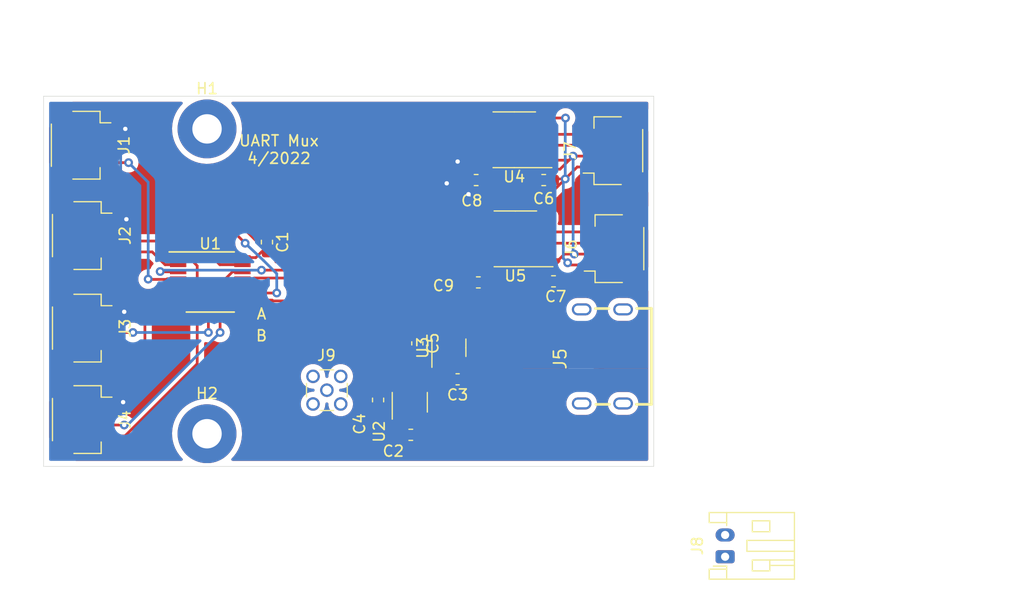
<source format=kicad_pcb>
(kicad_pcb (version 20211014) (generator pcbnew)
  (layers (0 "F.Cu" signal) (31 "B.Cu" signal) (34 "B.Paste" user) (35 "F.Paste" user) (36 "B.SilkS" user "B.Silkscreen") (37 "F.SilkS" user "F.Silkscreen") (38 "B.Mask" user) (39 "F.Mask" user) (44 "Edge.Cuts" user))
  (net 0 "")
  (net 1 "VCC")
  (net 2 "GND")
  (net 3 "Net-(J1-Pad4)")
  (net 4 "Net-(J1-Pad3)")
  (net 5 "Net-(J2-Pad4)")
  (net 6 "Net-(J2-Pad3)")
  (net 7 "Net-(J3-Pad4)")
  (net 8 "Net-(J3-Pad3)")
  (net 9 "Net-(J4-Pad4)")
  (net 10 "Net-(J4-Pad3)")
  (net 11 "/Sheet626C8DE2/power_in")
  (net 16 "VD")
  (net 17 "/Sheet626DA5AD/scl_in")
  (net 18 "/Sheet626DA5AD/sda_in")
  (net 19 "/Sheet626DA5AD/sda")
  (net 20 "/Sheet626DA5AD/scl")
  (net 21 "/A")
  (net 22 "/B")
  (net 23 "/Sheet626DA5AD/A_in")
  (net 24 "/Sheet626DA5AD/B_in")
  (net 26 "GNDPWR")
  (net 27 "/Sheet626C8DE2/analog1")
  (net 28 "/Sheet626C8DE2/analog2")
  (footprint "Capacitor_SMD:C_0603_1608Metric_Pad1.05x0.95mm_HandSolder" (layer "F.Cu") (at 108.5 73.4 -90)
    (fp_text reference "C1" (at 0 -1.43 90) (layer "F.SilkS"))
    (fp_text value "100nF")
    (fp_line (start -0.171267 -0.51) (end 0.171267 -0.51) (layer "F.SilkS") (width 0.12))
    (fp_line (start -0.171267 0.51) (end 0.171267 0.51) (layer "F.SilkS") (width 0.12))
    (pad "1" smd roundrect locked (at -0.875 0 270) (size 1.05 0.95) (layers "F.Cu" "F.Paste" "F.Mask") (net 2 "GND"))
    (pad "2" smd roundrect locked (at 0.875 0 270) (size 1.05 0.95) (layers "F.Cu" "F.Paste" "F.Mask") (net 1 "VCC"))
  )
  (footprint "Connector_JST:JST_SH_SM04B-SRSS-TB_1x04-1MP_P1.00mm_Horizontal" (layer "F.Cu") (at 91.4 64.5 -90)
    (fp_text reference "J1" (at 0 -3.98 90) (layer "F.SilkS"))
    (fp_text value "JST_SH_Conn_01x04_i2c_horizontal")
    (fp_line (start -3.11 0.715) (end -3.11 -1.785) (layer "F.SilkS") (width 0.12))
    (fp_line (start -1.94 2.685) (end 1.94 2.685) (layer "F.SilkS") (width 0.12))
    (fp_line (start 3.11 0.715) (end 3.11 -1.785) (layer "F.SilkS") (width 0.12))
    (fp_line (start -3.11 -1.785) (end -2.06 -1.785) (layer "F.SilkS") (width 0.12))
    (fp_line (start -2.06 -1.785) (end -2.06 -2.775) (layer "F.SilkS") (width 0.12))
    (fp_line (start 3.11 -1.785) (end 2.06 -1.785) (layer "F.SilkS") (width 0.12))
    (pad "1" smd roundrect locked (at -1.5 -2 270) (size 0.6 1.55) (layers "F.Cu" "F.Paste" "F.Mask") (net 2 "GND"))
    (pad "2" smd roundrect locked (at -0.5 -2 270) (size 0.6 1.55) (layers "F.Cu" "F.Paste" "F.Mask") (net 1 "VCC"))
    (pad "3" smd roundrect locked (at 0.5 -2 270) (size 0.6 1.55) (layers "F.Cu" "F.Paste" "F.Mask") (net 4 "Net-(J1-Pad3)"))
    (pad "4" smd roundrect locked (at 1.5 -2 270) (size 0.6 1.55) (layers "F.Cu" "F.Paste" "F.Mask") (net 3 "Net-(J1-Pad4)"))
    (pad "MP" smd roundrect locked (at 2.8 1.875 270) (size 1.2 1.8) (layers "F.Cu" "F.Paste" "F.Mask") (roundrect_rratio 0.208333))
    (pad "MP" smd roundrect locked (at -2.8 1.875 270) (size 1.2 1.8) (layers "F.Cu" "F.Paste" "F.Mask") (roundrect_rratio 0.208333))
  )
  (footprint "Connector_JST:JST_SH_SM04B-SRSS-TB_1x04-1MP_P1.00mm_Horizontal" (layer "F.Cu") (at 91.5 72.8 -90)
    (fp_text reference "J2" (at 0 -3.98 90) (layer "F.SilkS"))
    (fp_text value "JST_SH_Conn_01x04_i2c_horizontal")
    (fp_line (start 3.11 0.715) (end 3.11 -1.785) (layer "F.SilkS") (width 0.12))
    (fp_line (start -2.06 -1.785) (end -2.06 -2.775) (layer "F.SilkS") (width 0.12))
    (fp_line (start -1.94 2.685) (end 1.94 2.685) (layer "F.SilkS") (width 0.12))
    (fp_line (start -3.11 -1.785) (end -2.06 -1.785) (layer "F.SilkS") (width 0.12))
    (fp_line (start -3.11 0.715) (end -3.11 -1.785) (layer "F.SilkS") (width 0.12))
    (fp_line (start 3.11 -1.785) (end 2.06 -1.785) (layer "F.SilkS") (width 0.12))
    (pad "1" smd roundrect locked (at -1.5 -2 270) (size 0.6 1.55) (layers "F.Cu" "F.Paste" "F.Mask") (net 2 "GND"))
    (pad "2" smd roundrect locked (at -0.5 -2 270) (size 0.6 1.55) (layers "F.Cu" "F.Paste" "F.Mask") (net 1 "VCC"))
    (pad "3" smd roundrect locked (at 0.5 -2 270) (size 0.6 1.55) (layers "F.Cu" "F.Paste" "F.Mask") (net 6 "Net-(J2-Pad3)"))
    (pad "4" smd roundrect locked (at 1.5 -2 270) (size 0.6 1.55) (layers "F.Cu" "F.Paste" "F.Mask") (net 5 "Net-(J2-Pad4)"))
    (pad "MP" smd roundrect locked (at -2.8 1.875 270) (size 1.2 1.8) (layers "F.Cu" "F.Paste" "F.Mask") (roundrect_rratio 0.208333))
    (pad "MP" smd roundrect locked (at 2.8 1.875 270) (size 1.2 1.8) (layers "F.Cu" "F.Paste" "F.Mask") (roundrect_rratio 0.208333))
  )
  (footprint "Connector_JST:JST_SH_SM04B-SRSS-TB_1x04-1MP_P1.00mm_Horizontal" (layer "F.Cu") (at 91.5 81.3 -90)
    (fp_text reference "J3" (at 0 -3.98 90) (layer "F.SilkS"))
    (fp_text value "JST_SH_Conn_01x04_i2c_horizontal")
    (fp_line (start -3.11 0.715) (end -3.11 -1.785) (layer "F.SilkS") (width 0.12))
    (fp_line (start -3.11 -1.785) (end -2.06 -1.785) (layer "F.SilkS") (width 0.12))
    (fp_line (start -1.94 2.685) (end 1.94 2.685) (layer "F.SilkS") (width 0.12))
    (fp_line (start 3.11 -1.785) (end 2.06 -1.785) (layer "F.SilkS") (width 0.12))
    (fp_line (start -2.06 -1.785) (end -2.06 -2.775) (layer "F.SilkS") (width 0.12))
    (fp_line (start 3.11 0.715) (end 3.11 -1.785) (layer "F.SilkS") (width 0.12))
    (pad "1" smd roundrect locked (at -1.5 -2 270) (size 0.6 1.55) (layers "F.Cu" "F.Paste" "F.Mask") (net 2 "GND"))
    (pad "2" smd roundrect locked (at -0.5 -2 270) (size 0.6 1.55) (layers "F.Cu" "F.Paste" "F.Mask") (net 1 "VCC"))
    (pad "3" smd roundrect locked (at 0.5 -2 270) (size 0.6 1.55) (layers "F.Cu" "F.Paste" "F.Mask") (net 8 "Net-(J3-Pad3)"))
    (pad "4" smd roundrect locked (at 1.5 -2 270) (size 0.6 1.55) (layers "F.Cu" "F.Paste" "F.Mask") (net 7 "Net-(J3-Pad4)"))
    (pad "MP" smd roundrect locked (at -2.8 1.875 270) (size 1.2 1.8) (layers "F.Cu" "F.Paste" "F.Mask") (roundrect_rratio 0.208333))
    (pad "MP" smd roundrect locked (at 2.8 1.875 270) (size 1.2 1.8) (layers "F.Cu" "F.Paste" "F.Mask") (roundrect_rratio 0.208333))
  )
  (footprint "Connector_JST:JST_SH_SM04B-SRSS-TB_1x04-1MP_P1.00mm_Horizontal" (layer "F.Cu") (at 91.5 89.7 -90)
    (fp_text reference "J4" (at 0 -3.98 90) (layer "F.SilkS"))
    (fp_text value "JST_SH_Conn_01x04_i2c_horizontal")
    (fp_line (start 3.11 -1.785) (end 2.06 -1.785) (layer "F.SilkS") (width 0.12))
    (fp_line (start -3.11 0.715) (end -3.11 -1.785) (layer "F.SilkS") (width 0.12))
    (fp_line (start -2.06 -1.785) (end -2.06 -2.775) (layer "F.SilkS") (width 0.12))
    (fp_line (start 3.11 0.715) (end 3.11 -1.785) (layer "F.SilkS") (width 0.12))
    (fp_line (start -3.11 -1.785) (end -2.06 -1.785) (layer "F.SilkS") (width 0.12))
    (fp_line (start -1.94 2.685) (end 1.94 2.685) (layer "F.SilkS") (width 0.12))
    (pad "1" smd roundrect locked (at -1.5 -2 270) (size 0.6 1.55) (layers "F.Cu" "F.Paste" "F.Mask") (net 2 "GND"))
    (pad "2" smd roundrect locked (at -0.5 -2 270) (size 0.6 1.55) (layers "F.Cu" "F.Paste" "F.Mask") (net 1 "VCC"))
    (pad "3" smd roundrect locked (at 0.5 -2 270) (size 0.6 1.55) (layers "F.Cu" "F.Paste" "F.Mask") (net 10 "Net-(J4-Pad3)"))
    (pad "4" smd roundrect locked (at 1.5 -2 270) (size 0.6 1.55) (layers "F.Cu" "F.Paste" "F.Mask") (net 9 "Net-(J4-Pad4)"))
    (pad "MP" smd roundrect locked (at -2.8 1.875 270) (size 1.2 1.8) (layers "F.Cu" "F.Paste" "F.Mask") (roundrect_rratio 0.208333))
    (pad "MP" smd roundrect locked (at 2.8 1.875 270) (size 1.2 1.8) (layers "F.Cu" "F.Paste" "F.Mask") (roundrect_rratio 0.208333))
  )
  (footprint "Connector_JST:JST_SH_SM04B-SRSS-TB_1x04-1MP_P1.00mm_Horizontal" (layer "F.Cu") (at 140.3 65 90)
    (fp_text reference "J7" (at 0 -3.98 90) (layer "F.SilkS"))
    (fp_text value "JST_SH_Conn_01x04_i2c_horizontal")
    (fp_line (start -2.06 -1.785) (end -2.06 -2.775) (layer "F.SilkS") (width 0.12))
    (fp_line (start 3.11 0.715) (end 3.11 -1.785) (layer "F.SilkS") (width 0.12))
    (fp_line (start 3.11 -1.785) (end 2.06 -1.785) (layer "F.SilkS") (width 0.12))
    (fp_line (start -1.94 2.685) (end 1.94 2.685) (layer "F.SilkS") (width 0.12))
    (fp_line (start -3.11 0.715) (end -3.11 -1.785) (layer "F.SilkS") (width 0.12))
    (fp_line (start -3.11 -1.785) (end -2.06 -1.785) (layer "F.SilkS") (width 0.12))
    (pad "1" smd roundrect locked (at -1.5 -2 90) (size 0.6 1.55) (layers "F.Cu" "F.Paste" "F.Mask") (net 26 "GNDPWR"))
    (pad "2" smd roundrect locked (at -0.5 -2 90) (size 0.6 1.55) (layers "F.Cu" "F.Paste" "F.Mask") (net 16 "VD"))
    (pad "3" smd roundrect locked (at 0.5 -2 90) (size 0.6 1.55) (layers "F.Cu" "F.Paste" "F.Mask") (net 18 "/Sheet626DA5AD/sda_in"))
    (pad "4" smd roundrect locked (at 1.5 -2 90) (size 0.6 1.55) (layers "F.Cu" "F.Paste" "F.Mask") (net 17 "/Sheet626DA5AD/scl_in"))
    (pad "MP" smd roundrect locked (at -2.8 1.875 90) (size 1.2 1.8) (layers "F.Cu" "F.Paste" "F.Mask") (roundrect_rratio 0.208333))
    (pad "MP" smd roundrect locked (at 2.8 1.875 90) (size 1.2 1.8) (layers "F.Cu" "F.Paste" "F.Mask") (roundrect_rratio 0.208333))
  )
  (footprint "Package_SO:TSSOP-16_4.4x5mm_P0.65mm" (layer "F.Cu") (at 103.3 77.1)
    (fp_text reference "U1" (at 0 -3.55) (layer "F.SilkS"))
    (fp_text value "4052")
    (fp_line (start -3.775 -2.8) (end 2.2 -2.8) (layer "F.SilkS") (width 0.15))
    (fp_line (start -2.2 2.725) (end 2.2 2.725) (layer "F.SilkS") (width 0.15))
    (pad "1" smd rect locked (at -2.95 -2.275) (size 1.5 0.45) (layers "F.Cu" "F.Paste" "F.Mask") (net 9 "Net-(J4-Pad4)"))
    (pad "2" smd rect locked (at -2.95 -1.625) (size 1.5 0.45) (layers "F.Cu" "F.Paste" "F.Mask") (net 5 "Net-(J2-Pad4)"))
    (pad "3" smd rect locked (at -2.95 -0.975) (size 1.5 0.45) (layers "F.Cu" "F.Paste" "F.Mask") (net 20 "/Sheet626DA5AD/scl"))
    (pad "4" smd rect locked (at -2.95 -0.325) (size 1.5 0.45) (layers "F.Cu" "F.Paste" "F.Mask") (net 3 "Net-(J1-Pad4)"))
    (pad "5" smd rect locked (at -2.95 0.325) (size 1.5 0.45) (layers "F.Cu" "F.Paste" "F.Mask") (net 7 "Net-(J3-Pad4)"))
    (pad "6" smd rect locked (at -2.95 0.975) (size 1.5 0.45) (layers "F.Cu" "F.Paste" "F.Mask") (net 2 "GND"))
    (pad "7" smd rect locked (at -2.95 1.625) (size 1.5 0.45) (layers "F.Cu" "F.Paste" "F.Mask") (net 2 "GND"))
    (pad "8" smd rect locked (at -2.95 2.275) (size 1.5 0.45) (layers "F.Cu" "F.Paste" "F.Mask") (net 2 "GND"))
    (pad "9" smd rect locked (at 2.95 2.275) (size 1.5 0.45) (layers "F.Cu" "F.Paste" "F.Mask") (net 22 "/B"))
    (pad "10" smd rect locked (at 2.95 1.625) (size 1.5 0.45) (layers "F.Cu" "F.Paste" "F.Mask") (net 21 "/A"))
    (pad "11" smd rect locked (at 2.95 0.975) (size 1.5 0.45) (layers "F.Cu" "F.Paste" "F.Mask") (net 4 "Net-(J1-Pad3)"))
    (pad "12" smd rect locked (at 2.95 0.325) (size 1.5 0.45) (layers "F.Cu" "F.Paste" "F.Mask") (net 10 "Net-(J4-Pad3)"))
    (pad "13" smd rect locked (at 2.95 -0.325) (size 1.5 0.45) (layers "F.Cu" "F.Paste" "F.Mask") (net 19 "/Sheet626DA5AD/sda"))
    (pad "14" smd rect locked (at 2.95 -0.975) (size 1.5 0.45) (layers "F.Cu" "F.Paste" "F.Mask") (net 8 "Net-(J3-Pad3)"))
    (pad "15" smd rect locked (at 2.95 -1.625) (size 1.5 0.45) (layers "F.Cu" "F.Paste" "F.Mask") (net 6 "Net-(J2-Pad3)"))
    (pad "16" smd rect locked (at 2.95 -2.275) (size 1.5 0.45) (layers "F.Cu" "F.Paste" "F.Mask") (net 1 "VCC"))
  )
  (footprint "Capacitor_SMD:C_0603_1608Metric_Pad1.05x0.95mm_HandSolder" (layer "F.Cu") (at 118.7 87.9 -90)
    (fp_text reference "C4" (at 2.2 1.7 90) (layer "F.SilkS"))
    (fp_text value "1uF")
    (fp_line (start -0.171267 0.51) (end 0.171267 0.51) (layer "F.SilkS") (width 0.12))
    (fp_line (start -0.171267 -0.51) (end 0.171267 -0.51) (layer "F.SilkS") (width 0.12))
    (pad "1" smd roundrect locked (at -0.875 0 270) (size 1.05 0.95) (layers "F.Cu" "F.Paste" "F.Mask") (net 27 "/Sheet626C8DE2/analog1"))
    (pad "2" smd roundrect locked (at 0.875 0 270) (size 1.05 0.95) (layers "F.Cu" "F.Paste" "F.Mask") (net 26 "GNDPWR"))
  )
  (footprint "0my_footprints:MMCX_JLC" (layer "F.Cu") (at 114 87)
    (fp_text reference "J9" (at -0.04 -3.2) (layer "F.SilkS"))
    (fp_text value "MMCX")
    (fp_line (start 0.62 -1.87) (end -0.62 -1.87) (layer "F.SilkS") (width 0.12))
    (fp_line (start 1.87 0.62) (end 1.87 -0.62) (layer "F.SilkS") (width 0.12))
    (fp_line (start -1.87 0.62) (end -1.87 -0.62) (layer "F.SilkS") (width 0.12))
    (fp_line (start 0.62 1.87) (end -0.62 1.87) (layer "F.SilkS") (width 0.12))
    (pad "1" thru_hole circle locked (at 0 0) (size 1.24 1.24) (drill 0.84) (layers *.Cu *.Mask) (net 27 "/Sheet626C8DE2/analog1"))
    (pad "2" thru_hole circle locked (at 1.27 1.27) (size 1.24 1.24) (drill 0.84) (layers *.Cu *.Mask) (net 26 "GNDPWR"))
    (pad "2" thru_hole circle locked (at 1.27 -1.27) (size 1.24 1.24) (drill 0.84) (layers *.Cu *.Mask) (net 26 "GNDPWR"))
    (pad "2" thru_hole circle locked (at -1.27 -1.27) (size 1.24 1.24) (drill 0.84) (layers *.Cu *.Mask) (net 26 "GNDPWR"))
    (pad "2" thru_hole circle locked (at -1.27 1.27) (size 1.24 1.24) (drill 0.84) (layers *.Cu *.Mask) (net 26 "GNDPWR"))
  )
  (footprint "Package_TO_SOT_SMD:SOT-23-5" (layer "F.Cu") (at 121.61 88.11 90)
    (fp_text reference "U2" (at -2.69 -2.81 90) (layer "F.SilkS"))
    (fp_text value "LP5907MFX-3.3")
    (fp_line (start -0.9 1.61) (end 0.9 1.61) (layer "F.SilkS") (width 0.12))
    (fp_line (start 0.9 -1.61) (end -1.55 -1.61) (layer "F.SilkS") (width 0.12))
    (pad "1" smd rect locked (at -1.1 -0.95 90) (size 1.06 0.65) (layers "F.Cu" "F.Paste" "F.Mask") (net 11 "/Sheet626C8DE2/power_in"))
    (pad "2" smd rect locked (at -1.1 0 90) (size 1.06 0.65) (layers "F.Cu" "F.Paste" "F.Mask") (net 26 "GNDPWR"))
    (pad "3" smd rect locked (at -1.1 0.95 90) (size 1.06 0.65) (layers "F.Cu" "F.Paste" "F.Mask") (net 11 "/Sheet626C8DE2/power_in"))
    (pad "4" smd rect locked (at 1.1 0.95 90) (size 1.06 0.65) (layers "F.Cu" "F.Paste" "F.Mask"))
    (pad "5" smd rect locked (at 1.1 -0.95 90) (size 1.06 0.65) (layers "F.Cu" "F.Paste" "F.Mask") (net 27 "/Sheet626C8DE2/analog1"))
  )
  (footprint "Capacitor_SMD:C_0603_1608Metric_Pad1.05x0.95mm_HandSolder" (layer "F.Cu") (at 121.7 91.1 180)
    (fp_text reference "C2" (at 1.6 -1.5) (layer "F.SilkS"))
    (fp_text value "1uF")
    (fp_line (start -0.171267 0.51) (end 0.171267 0.51) (layer "F.SilkS") (width 0.12))
    (fp_line (start -0.171267 -0.51) (end 0.171267 -0.51) (layer "F.SilkS") (width 0.12))
    (pad "1" smd roundrect locked (at -0.875 0 180) (size 1.05 0.95) (layers "F.Cu" "F.Paste" "F.Mask") (net 11 "/Sheet626C8DE2/power_in"))
    (pad "2" smd roundrect locked (at 0.875 0 180) (size 1.05 0.95) (layers "F.Cu" "F.Paste" "F.Mask") (net 26 "GNDPWR"))
  )
  (footprint "Capacitor_SMD:C_0603_1608Metric_Pad1.05x0.95mm_HandSolder" (layer "F.Cu") (at 133.9 67.7)
    (fp_text reference "C6" (at 0 1.7) (layer "F.SilkS"))
    (fp_text value "100nF")
    (fp_line (start -0.171267 -0.51) (end 0.171267 -0.51) (layer "F.SilkS") (width 0.12))
    (fp_line (start -0.171267 0.51) (end 0.171267 0.51) (layer "F.SilkS") (width 0.12))
    (pad "1" smd roundrect locked (at -0.875 0) (size 1.05 0.95) (layers "F.Cu" "F.Paste" "F.Mask") (net 16 "VD"))
    (pad "2" smd roundrect locked (at 0.875 0) (size 1.05 0.95) (layers "F.Cu" "F.Paste" "F.Mask") (net 26 "GNDPWR"))
  )
  (footprint "Capacitor_SMD:C_0603_1608Metric_Pad1.05x0.95mm_HandSolder" (layer "F.Cu") (at 127.7 67.7)
    (fp_text reference "C8" (at -0.4 1.9) (layer "F.SilkS"))
    (fp_text value "100nF")
    (fp_line (start -0.171267 -0.51) (end 0.171267 -0.51) (layer "F.SilkS") (width 0.12))
    (fp_line (start -0.171267 0.51) (end 0.171267 0.51) (layer "F.SilkS") (width 0.12))
    (pad "1" smd roundrect locked (at -0.875 0) (size 1.05 0.95) (layers "F.Cu" "F.Paste" "F.Mask") (net 2 "GND"))
    (pad "2" smd roundrect locked (at 0.875 0) (size 1.05 0.95) (layers "F.Cu" "F.Paste" "F.Mask") (net 1 "VCC"))
  )
  (footprint "Capacitor_SMD:C_0603_1608Metric_Pad1.05x0.95mm_HandSolder" (layer "F.Cu") (at 127.9 77.1)
    (fp_text reference "C9" (at -3.2 0.3) (layer "F.SilkS"))
    (fp_text value "100nF")
    (fp_line (start -0.171267 -0.51) (end 0.171267 -0.51) (layer "F.SilkS") (width 0.12))
    (fp_line (start -0.171267 0.51) (end 0.171267 0.51) (layer "F.SilkS") (width 0.12))
    (pad "1" smd roundrect locked (at -0.875 0) (size 1.05 0.95) (layers "F.Cu" "F.Paste" "F.Mask") (net 2 "GND"))
    (pad "2" smd roundrect locked (at 0.875 0) (size 1.05 0.95) (layers "F.Cu" "F.Paste" "F.Mask") (net 1 "VCC"))
  )
  (footprint "Capacitor_SMD:C_0603_1608Metric_Pad1.05x0.95mm_HandSolder" (layer "F.Cu") (at 134.8 77)
    (fp_text reference "C7" (at 0.2 1.4) (layer "F.SilkS"))
    (fp_text value "100nF")
    (fp_line (start -0.171267 -0.51) (end 0.171267 -0.51) (layer "F.SilkS") (width 0.12))
    (fp_line (start -0.171267 0.51) (end 0.171267 0.51) (layer "F.SilkS") (width 0.12))
    (pad "1" smd roundrect locked (at -0.875 0) (size 1.05 0.95) (layers "F.Cu" "F.Paste" "F.Mask") (net 16 "VD"))
    (pad "2" smd roundrect locked (at 0.875 0) (size 1.05 0.95) (layers "F.Cu" "F.Paste" "F.Mask") (net 26 "GNDPWR"))
  )
  (footprint "Connector_JST:JST_SH_SM04B-SRSS-TB_1x04-1MP_P1.00mm_Horizontal" (layer "F.Cu") (at 140.4 74 90)
    (fp_text reference "J6" (at 0 -3.98 90) (layer "F.SilkS"))
    (fp_text value "JST_SH_Conn_01x04_i2c_horizontal")
    (fp_line (start -2.06 -1.785) (end -2.06 -2.775) (layer "F.SilkS") (width 0.12))
    (fp_line (start -1.94 2.685) (end 1.94 2.685) (layer "F.SilkS") (width 0.12))
    (fp_line (start -3.11 0.715) (end -3.11 -1.785) (layer "F.SilkS") (width 0.12))
    (fp_line (start 3.11 -1.785) (end 2.06 -1.785) (layer "F.SilkS") (width 0.12))
    (fp_line (start 3.11 0.715) (end 3.11 -1.785) (layer "F.SilkS") (width 0.12))
    (fp_line (start -3.11 -1.785) (end -2.06 -1.785) (layer "F.SilkS") (width 0.12))
    (pad "1" smd roundrect locked (at -1.5 -2 90) (size 0.6 1.55) (layers "F.Cu" "F.Paste" "F.Mask") (net 26 "GNDPWR"))
    (pad "2" smd roundrect locked (at -0.5 -2 90) (size 0.6 1.55) (layers "F.Cu" "F.Paste" "F.Mask") (net 16 "VD"))
    (pad "3" smd roundrect locked (at 0.5 -2 90) (size 0.6 1.55) (layers "F.Cu" "F.Paste" "F.Mask") (net 24 "/Sheet626DA5AD/B_in"))
    (pad "4" smd roundrect locked (at 1.5 -2 90) (size 0.6 1.55) (layers "F.Cu" "F.Paste" "F.Mask") (net 23 "/Sheet626DA5AD/A_in"))
    (pad "MP" smd roundrect locked (at -2.8 1.875 90) (size 1.2 1.8) (layers "F.Cu" "F.Paste" "F.Mask") (roundrect_rratio 0.208333))
    (pad "MP" smd roundrect locked (at 2.8 1.875 90) (size 1.2 1.8) (layers "F.Cu" "F.Paste" "F.Mask") (roundrect_rratio 0.208333))
  )
  (footprint "MountingHole:MountingHole_2.7mm_M2.5_Pad" (layer "F.Cu") (at 103 63)
    (fp_text reference "H1" (at 0 -3.7) (layer "F.SilkS"))
    (fp_text value "MountingHole")
    (pad "1" thru_hole circle locked (at 0 0) (size 5.4 5.4) (drill 2.7) (layers *.Cu *.Mask))
  )
  (footprint "MountingHole:MountingHole_2.7mm_M2.5_Pad" (layer "F.Cu") (at 103 91)
    (fp_text reference "H2" (at 0 -3.7) (layer "F.SilkS"))
    (fp_text value "MountingHole")
    (pad "1" thru_hole circle locked (at 0 0) (size 5.4 5.4) (drill 2.7) (layers *.Cu *.Mask))
  )
  (footprint "Package_SO:SOIC-8_3.9x4.9mm_P1.27mm" (layer "F.Cu") (at 131.3 73.1 180)
    (fp_text reference "U5" (at 0 -3.4) (layer "F.SilkS"))
    (fp_text value "PI120")
    (fp_line (start 0 -2.56) (end -3.45 -2.56) (layer "F.SilkS") (width 0.12))
    (fp_line (start 0 2.56) (end -1.95 2.56) (layer "F.SilkS") (width 0.12))
    (fp_line (start 0 2.56) (end 1.95 2.56) (layer "F.SilkS") (width 0.12))
    (fp_line (start 0 -2.56) (end 1.95 -2.56) (layer "F.SilkS") (width 0.12))
    (pad "1" smd roundrect locked (at -2.475 -1.905 180) (size 1.95 0.6) (layers "F.Cu" "F.Paste" "F.Mask") (net 16 "VD"))
    (pad "2" smd roundrect locked (at -2.475 -0.635 180) (size 1.95 0.6) (layers "F.Cu" "F.Paste" "F.Mask") (net 24 "/Sheet626DA5AD/B_in"))
    (pad "3" smd roundrect locked (at -2.475 0.635 180) (size 1.95 0.6) (layers "F.Cu" "F.Paste" "F.Mask") (net 23 "/Sheet626DA5AD/A_in"))
    (pad "4" smd roundrect locked (at -2.475 1.905 180) (size 1.95 0.6) (layers "F.Cu" "F.Paste" "F.Mask") (net 26 "GNDPWR"))
    (pad "5" smd roundrect locked (at 2.475 1.905 180) (size 1.95 0.6) (layers "F.Cu" "F.Paste" "F.Mask") (net 2 "GND"))
    (pad "6" smd roundrect locked (at 2.475 0.635 180) (size 1.95 0.6) (layers "F.Cu" "F.Paste" "F.Mask") (net 21 "/A"))
    (pad "7" smd roundrect locked (at 2.475 -0.635 180) (size 1.95 0.6) (layers "F.Cu" "F.Paste" "F.Mask") (net 22 "/B"))
    (pad "8" smd roundrect locked (at 2.475 -1.905 180) (size 1.95 0.6) (layers "F.Cu" "F.Paste" "F.Mask") (net 1 "VCC"))
  )
  (footprint "Package_SO:SOIC-8_3.9x4.9mm_P1.27mm" (layer "F.Cu") (at 131.2 64 180)
    (fp_text reference "U4" (at 0 -3.4) (layer "F.SilkS"))
    (fp_text value "PI122")
    (fp_line (start 0 -2.56) (end -3.45 -2.56) (layer "F.SilkS") (width 0.12))
    (fp_line (start 0 2.56) (end 1.95 2.56) (layer "F.SilkS") (width 0.12))
    (fp_line (start 0 -2.56) (end 1.95 -2.56) (layer "F.SilkS") (width 0.12))
    (fp_line (start 0 2.56) (end -1.95 2.56) (layer "F.SilkS") (width 0.12))
    (pad "1" smd roundrect locked (at -2.475 -1.905 180) (size 1.95 0.6) (layers "F.Cu" "F.Paste" "F.Mask") (net 16 "VD"))
    (pad "2" smd roundrect locked (at -2.475 -0.635 180) (size 1.95 0.6) (layers "F.Cu" "F.Paste" "F.Mask") (net 18 "/Sheet626DA5AD/sda_in"))
    (pad "3" smd roundrect locked (at -2.475 0.635 180) (size 1.95 0.6) (layers "F.Cu" "F.Paste" "F.Mask") (net 17 "/Sheet626DA5AD/scl_in"))
    (pad "4" smd roundrect locked (at -2.475 1.905 180) (size 1.95 0.6) (layers "F.Cu" "F.Paste" "F.Mask") (net 26 "GNDPWR"))
    (pad "5" smd roundrect locked (at 2.475 1.905 180) (size 1.95 0.6) (layers "F.Cu" "F.Paste" "F.Mask") (net 2 "GND"))
    (pad "6" smd roundrect locked (at 2.475 0.635 180) (size 1.95 0.6) (layers "F.Cu" "F.Paste" "F.Mask") (net 20 "/Sheet626DA5AD/scl"))
    (pad "7" smd roundrect locked (at 2.475 -0.635 180) (size 1.95 0.6) (layers "F.Cu" "F.Paste" "F.Mask") (net 19 "/Sheet626DA5AD/sda"))
    (pad "8" smd roundrect locked (at 2.475 -1.905 180) (size 1.95 0.6) (layers "F.Cu" "F.Paste" "F.Mask") (net 1 "VCC"))
  )
  (footprint "Package_TO_SOT_SMD:SOT-23-5" (layer "F.Cu") (at 125.2 83.1 90)
    (fp_text reference "U3" (at 0 -2.4 90) (layer "F.SilkS"))
    (fp_text value "LP5907MFX-3.3")
    (fp_line (start 0 -1.56) (end -1.8 -1.56) (layer "F.SilkS") (width 0.12))
    (fp_line (start 0 -1.56) (end 0.8 -1.56) (layer "F.SilkS") (width 0.12))
    (fp_line (start 0 1.56) (end -0.8 1.56) (layer "F.SilkS") (width 0.12))
    (fp_line (start 0 1.56) (end 0.8 1.56) (layer "F.SilkS") (width 0.12))
    (pad "1" smd roundrect (at -1.1375 -0.95 90) (size 1.325 0.6) (layers "F.Cu" "F.Paste" "F.Mask") (net 11 "/Sheet626C8DE2/power_in"))
    (pad "2" smd roundrect (at -1.1375 0 90) (size 1.325 0.6) (layers "F.Cu" "F.Paste" "F.Mask") (net 26 "GNDPWR"))
    (pad "3" smd roundrect (at -1.1375 0.95 90) (size 1.325 0.6) (layers "F.Cu" "F.Paste" "F.Mask") (net 11 "/Sheet626C8DE2/power_in"))
    (pad "4" smd roundrect (at 1.1375 0.95 90) (size 1.325 0.6) (layers "F.Cu" "F.Paste" "F.Mask"))
    (pad "5" smd roundrect (at 1.1375 -0.95 90) (size 1.325 0.6) (layers "F.Cu" "F.Paste" "F.Mask") (net 28 "/Sheet626C8DE2/analog2"))
  )
  (footprint "0my_footprints6:USB-C-KoreanHroparts" (layer "F.Cu") (at 139.211 83.9 90)
    (fp_text reference "J5" (at -1.3 -3.8 90) (layer "F.SilkS") (effects (font (size 1.143 1.143) (thickness 0.152)) (justify left)))
    (fp_text value "USB_C_KoreanHroparts_6P" hide)
    (fp_line (start -4.41 4.575) (end 4.41 4.575) (layer "F.SilkS") (width 0.254))
    (fp_line (start -4.4 -0.515) (end -4.4 0.725) (layer "F.SilkS") (width 0.254))
    (fp_line (start 4.4 -0.563) (end 4.4 0.677) (layer "F.SilkS") (width 0.254))
    (fp_line (start -4.4 4.575) (end -4.4 3.195) (layer "F.SilkS") (width 0.254))
    (fp_line (start 4.409 4.576) (end 4.409 3.225) (layer "F.SilkS") (width 0.254))
    (pad "0" thru_hole oval locked (at 4.32 1.975 90) (size 1.1 1.8) (drill oval 0.7 1.401) (layers *.Cu *.Paste *.Mask))
    (pad "0" thru_hole oval locked (at -4.32 1.975 90) (size 1.1 1.8) (drill oval 0.7 1.401) (layers *.Cu *.Paste *.Mask))
    (pad "0" thru_hole oval locked (at -4.32 -1.825 90) (size 1.1 1.8) (drill oval 0.7 1.401) (layers *.Cu *.Paste *.Mask))
    (pad "0" thru_hole oval locked (at 4.32 -1.825 90) (size 1.1 1.8) (drill oval 0.7 1.401) (layers *.Cu *.Paste *.Mask))
    (pad "A5" smd rect locked (at -0.5 -1.975 90) (size 0.7 1.5) (layers "F.Cu" "F.Paste" "F.Mask"))
    (pad "A9" smd rect locked (at 1.52 -1.975 90) (size 0.76 1.5) (layers "F.Cu" "F.Paste" "F.Mask") (net 11 "/Sheet626C8DE2/power_in"))
    (pad "A12" smd rect locked (at 2.75 -1.975 90) (size 0.8 1.5) (layers "F.Cu" "F.Paste" "F.Mask") (net 26 "GNDPWR"))
    (pad "B5" smd rect locked (at 0.5 -1.975 90) (size 0.7 1.5) (layers "F.Cu" "F.Paste" "F.Mask"))
    (pad "B9" smd rect locked (at -1.52 -1.975 90) (size 0.76 1.5) (layers "F.Cu" "F.Paste" "F.Mask") (net 11 "/Sheet626C8DE2/power_in"))
    (pad "B12" smd rect locked (at -2.75 -1.975 90) (size 0.8 1.5) (layers "F.Cu" "F.Paste" "F.Mask") (net 26 "GNDPWR"))
  )
  (footprint "Capacitor_SMD:C_0603_1608Metric_Pad1.08x0.95mm_HandSolder" (layer "F.Cu") (at 126 86 180)
    (fp_text reference "C3" (at 0 -1.43) (layer "F.SilkS"))
    (fp_text value "1uF")
    (fp_line (start -0.146267 0.51) (end 0.146267 0.51) (layer "F.SilkS") (width 0.12))
    (fp_line (start -0.146267 -0.51) (end 0.146267 -0.51) (layer "F.SilkS") (width 0.12))
    (pad "1" smd roundrect (at -0.8625 0 180) (size 1.075 0.95) (layers "F.Cu" "F.Paste" "F.Mask") (net 11 "/Sheet626C8DE2/power_in"))
    (pad "2" smd roundrect (at 0.8625 0 180) (size 1.075 0.95) (layers "F.Cu" "F.Paste" "F.Mask") (net 26 "GNDPWR"))
  )
  (footprint "Connector_JST:JST_PH_S2B-PH-K_1x02_P2.00mm_Horizontal" (layer "F.Cu") (at 150.55 102.3 90)
    (fp_text reference "J8" (at 1 -2.55 90) (layer "F.SilkS"))
    (fp_text value "JST-B2B-PH")
    (fp_line (start -1.3 4.1) (end -0.3 4.1) (layer "F.SilkS") (width 0.12))
    (fp_line (start -2.06 0.14) (end -1.14 0.14) (layer "F.SilkS") (width 0.12))
    (fp_line (start -2.06 -1.46) (end -2.06 6.36) (layer "F.SilkS") (width 0.12))
    (fp_line (start 3.3 4.1) (end 2.3 4.1) (layer "F.SilkS") (width 0.12))
    (fp_line (start 0.5 2) (end 1.5 2) (layer "F.SilkS") (width 0.12))
    (fp_line (start -0.8 4.1) (end -0.8 6.36) (layer "F.SilkS") (width 0.12))
    (fp_line (start 1.5 2) (end 1.5 6.36) (layer "F.SilkS") (width 0.12))
    (fp_line (start -0.86 0.14) (end -1.14 0.14) (layer "F.SilkS") (width 0.12))
    (fp_line (start -0.3 4.1) (end -0.3 2.5) (layer "F.SilkS") (width 0.12))
    (fp_line (start -0.86 0.14) (end -0.86 -1.075) (layer "F.SilkS") (width 0.12))
    (fp_line (start 0.5 6.36) (end 0.5 2) (layer "F.SilkS") (width 0.12))
    (fp_line (start 3.3 2.5) (end 3.3 4.1) (layer "F.SilkS") (width 0.12))
    (fp_line (start -1.3 2.5) (end -1.3 4.1) (layer "F.SilkS") (width 0.12))
    (fp_line (start 3.14 -1.46) (end 3.14 0.14) (layer "F.SilkS") (width 0.12))
    (fp_line (start 4.06 -1.46) (end 3.14 -1.46) (layer "F.SilkS") (width 0.12))
    (fp_line (start 2.3 4.1) (end 2.3 2.5) (layer "F.SilkS") (width 0.12))
    (fp_line (start -0.3 2.5) (end -1.3 2.5) (layer "F.SilkS") (width 0.12))
    (fp_line (start -2.06 6.36) (end 4.06 6.36) (layer "F.SilkS") (width 0.12))
    (fp_line (start -0.3 4.1) (end -0.3 6.36) (layer "F.SilkS") (width 0.12))
    (fp_line (start -1.14 -1.46) (end -2.06 -1.46) (layer "F.SilkS") (width 0.12))
    (fp_line (start 4.06 0.14) (end 3.14 0.14) (layer "F.SilkS") (width 0.12))
    (fp_line (start 4.06 6.36) (end 4.06 -1.46) (layer "F.SilkS") (width 0.12))
    (fp_line (start 3.14 0.14) (end 2.86 0.14) (layer "F.SilkS") (width 0.12))
    (fp_line (start -1.14 0.14) (end -1.14 -1.46) (layer "F.SilkS") (width 0.12))
    (fp_line (start 2.3 2.5) (end 3.3 2.5) (layer "F.SilkS") (width 0.12))
    (pad "1" thru_hole roundrect (at 0 0 90) (size 1.2 1.75) (drill 0.75) (layers *.Cu *.Mask) (roundrect_rratio 0.208333) (net 11 "/Sheet626C8DE2/power_in"))
    (pad "2" thru_hole oval (at 2 0 90) (size 1.2 1.75) (drill 0.75) (layers *.Cu *.Mask) (net 26 "GNDPWR"))
  )
  (footprint "Capacitor_SMD:C_0603_1608Metric_Pad1.08x0.95mm_HandSolder" (layer "F.Cu") (at 122.3 82.7 -90)
    (fp_text reference "C5" (at 0 -1.43 90) (layer "F.SilkS"))
    (fp_text value "1uF")
    (fp_line (start -0.146267 -0.51) (end 0.146267 -0.51) (layer "F.SilkS") (width 0.12))
    (fp_line (start -0.146267 0.51) (end 0.146267 0.51) (layer "F.SilkS") (width 0.12))
    (pad "1" smd roundrect (at -0.8625 0 270) (size 1.075 0.95) (layers "F.Cu" "F.Paste" "F.Mask") (net 28 "/Sheet626C8DE2/analog2"))
    (pad "2" smd roundrect (at 0.8625 0 270) (size 1.075 0.95) (layers "F.Cu" "F.Paste" "F.Mask") (net 26 "GNDPWR"))
  )
  (gr_line (start 144 60) (end 88 60) (layer "Edge.Cuts") (width 0.05))
  (gr_line (start 144 94) (end 144 60) (layer "Edge.Cuts") (width 0.05))
  (gr_line (start 88 94) (end 144 94) (layer "Edge.Cuts") (width 0.05))
  (gr_line (start 88 60) (end 88 94) (layer "Edge.Cuts") (width 0.05))
  (gr_text "B" (at 108 82) (layer "F.SilkS") (effects (font (size 1 1))))
  (gr_text "A" (at 108 80) (layer "F.SilkS") (effects (font (size 1 1))))
  (gr_text "UART Mux\n4/2022" (at 109.6 64.9) (layer "F.SilkS") (effects (font (size 1 1))))
  (segment (start 108.5 74.275) (end 109.875 74.275) (width 0.25) (layer "F.Cu") (net 1))
  (segment (start 129.1 67.7) (end 128.575 67.7) (width 0.25) (layer "F.Cu") (net 1))
  (segment (start 108.5 74.275) (end 98.225 64) (width 0.25) (layer "F.Cu") (net 1))
  (segment (start 128.8 78.7) (end 128.8 77.125) (width 0.25) (layer "F.Cu") (net 1))
  (segment (start 108.025 74.275) (end 107.475 74.825) (width 0.25) (layer "F.Cu") (net 1))
  (segment (start 130.6 69.2) (end 129.1 67.7) (width 0.25) (layer "F.Cu") (net 1))
  (segment (start 91.4 64) (end 91.5 72.3) (width 0.25) (layer "F.Cu") (net 1))
  (segment (start 130.6 76.9) (end 130.6 69.2) (width 0.25) (layer "F.Cu") (net 1))
  (segment (start 91.4 80.8) (end 91.4 89.3) (width 0.25) (layer "F.Cu") (net 1))
  (segment (start 107.475 74.825) (end 106.25 74.825) (width 0.25) (layer "F.Cu") (net 1))
  (segment (start 91.4 89.3) (end 91.5 89.2) (width 0.25) (layer "F.Cu") (net 1))
  (segment (start 93.4 64) (end 91.4 64) (width 0.25) (layer "F.Cu") (net 1))
  (segment (start 128.775 77.1) (end 128.775 75.055) (width 0.25) (layer "F.Cu") (net 1))
  (segment (start 93.5 80.8) (end 91.4 80.8) (width 0.25) (layer "F.Cu") (net 1))
  (segment (start 98.225 64) (end 93.4 64) (width 0.25) (layer "F.Cu") (net 1))
  (segment (start 91.5 72.3) (end 91.4 80.8) (width 0.25) (layer "F.Cu") (net 1))
  (segment (start 128.575 67.7) (end 128.575 65.925) (width 0.25) (layer "F.Cu") (net 1))
  (segment (start 93.5 72.3) (end 91.5 72.3) (width 0.25) (layer "F.Cu") (net 1))
  (segment (start 128.8 78.7) (end 130.6 76.9) (width 0.25) (layer "F.Cu") (net 1))
  (segment (start 91.5 89.2) (end 93.5 89.2) (width 0.25) (layer "F.Cu") (net 1))
  (segment (start 109.875 74.275) (end 110 74.4) (width 0.25) (layer "F.Cu") (net 1))
  (segment (start 126.825 67.7) (end 125.3 67.7) (width 0.25) (layer "F.Cu") (net 2))
  (segment (start 125.3 67.7) (end 125 68) (width 0.25) (layer "F.Cu") (net 2))
  (segment (start 93.4 63) (end 95.5 63) (width 0.25) (layer "F.Cu") (net 2))
  (segment (start 126.825 67.7) (end 126.825 66.825) (width 0.25) (layer "F.Cu") (net 2))
  (segment (start 126.825 67.7) (end 126.825 68.825) (width 0.25) (layer "F.Cu") (net 2))
  (segment (start 126.825 68.825) (end 127 69) (width 0.25) (layer "F.Cu") (net 2))
  (segment (start 126.825 66.825) (end 126 66) (width 0.25) (layer "F.Cu") (net 2))
  (segment (start 100.35 78.075) (end 100.35 80.625) (width 0.25) (layer "F.Cu") (net 2))
  (segment (start 95.6 71.3) (end 93.5 71.3) (width 0.25) (layer "F.Cu") (net 2))
  (segment (start 95.3 88.1) (end 93.6 88.1) (width 0.25) (layer "F.Cu") (net 2))
  (segment (start 93.5 79.8) (end 95.4 79.8) (width 0.25) (layer "F.Cu") (net 2))
  (via (at 95.4 79.8) (size 0.8) (drill 0.4) (layers "F.Cu" "B.Cu") (net 2))
  (via (at 126 66) (size 0.8) (drill 0.4) (layers "F.Cu" "B.Cu") (net 2))
  (via (at 125 68) (size 0.8) (drill 0.4) (layers "F.Cu" "B.Cu") (net 2))
  (via (at 95.3 88.1) (size 0.8) (drill 0.4) (layers "F.Cu" "B.Cu") (net 2))
  (via (at 95.5 63) (size 0.8) (drill 0.4) (layers "F.Cu" "B.Cu") (net 2))
  (via (at 95.6 71.3) (size 0.8) (drill 0.4) (layers "F.Cu" "B.Cu") (net 2))
  (via (at 127 69) (size 0.8) (drill 0.4) (layers "F.Cu" "B.Cu") (net 2))
  (segment (start 95.4 79.8) (end 95.4 88) (width 0.25) (layer "B.Cu") (net 2))
  (segment (start 95.4 88) (end 95.3 88.1) (width 0.25) (layer "B.Cu") (net 2))
  (segment (start 95.074999 63.425001) (end 95.074999 70.774999) (width 0.25) (layer "B.Cu") (net 2))
  (segment (start 95.074999 70.774999) (end 95.6 71.3) (width 0.25) (layer "B.Cu") (net 2))
  (segment (start 95.5 63) (end 95.074999 63.425001) (width 0.25) (layer "B.Cu") (net 2))
  (segment (start 97.625001 76.825001) (end 97.6 76.8) (width 0.25) (layer "F.Cu") (net 3))
  (segment (start 99.35 76.775) (end 99.299999 76.825001) (width 0.25) (layer "F.Cu") (net 3))
  (segment (start 99.299999 76.825001) (end 97.625001 76.825001) (width 0.25) (layer "F.Cu") (net 3))
  (segment (start 100.35 76.775) (end 99.35 76.775) (width 0.25) (layer "F.Cu") (net 3))
  (segment (start 95.8 66.1) (end 93.5 66.1) (width 0.25) (layer "F.Cu") (net 3))
  (via (at 95.8 66.1) (size 0.8) (drill 0.4) (layers "F.Cu" "B.Cu") (net 3))
  (via (at 97.6 76.8) (size 0.8) (drill 0.4) (layers "F.Cu" "B.Cu") (net 3))
  (segment (start 97.6 67.9) (end 95.8 66.1) (width 0.25) (layer "B.Cu") (net 3))
  (segment (start 97.6 76.8) (end 97.6 67.9) (width 0.25) (layer "B.Cu") (net 3))
  (segment (start 98 65) (end 106.5 73.5) (width 0.25) (layer "F.Cu") (net 4))
  (segment (start 106.25 78.075) (end 109.4 78.075) (width 0.25) (layer "F.Cu") (net 4))
  (segment (start 93.4 65) (end 98 65) (width 0.25) (layer "F.Cu") (net 4))
  (via (at 109.4 78.075) (size 0.8) (drill 0.4) (layers "F.Cu" "B.Cu") (net 4))
  (via (at 106.5 73.5) (size 0.8) (drill 0.4) (layers "F.Cu" "B.Cu") (net 4))
  (segment (start 108.2 75.1) (end 106.5 73.5) (width 0.25) (layer "B.Cu") (net 4))
  (segment (start 109.4 78.075) (end 109.4 76.3) (width 0.25) (layer "B.Cu") (net 4))
  (segment (start 109.4 76.3) (end 108.2 75.1) (width 0.25) (layer "B.Cu") (net 4))
  (segment (start 99.148002 75.475) (end 97.973002 74.3) (width 0.25) (layer "F.Cu") (net 5))
  (segment (start 100.35 75.475) (end 99.148002 75.475) (width 0.25) (layer "F.Cu") (net 5))
  (segment (start 97.973002 74.3) (end 94.275 74.3) (width 0.25) (layer "F.Cu") (net 5))
  (segment (start 94.275 74.3) (end 93.5 74.3) (width 0.25) (layer "F.Cu") (net 5))
  (segment (start 102 73.3) (end 104.175 75.475) (width 0.25) (layer "F.Cu") (net 6))
  (segment (start 104.175 75.475) (end 106.25 75.475) (width 0.25) (layer "F.Cu") (net 6))
  (segment (start 93.5 73.3) (end 102 73.3) (width 0.25) (layer "F.Cu") (net 6))
  (segment (start 100.35 77.425) (end 99.439998 77.425) (width 0.25) (layer "F.Cu") (net 7))
  (segment (start 97.3 79.564998) (end 97.3 82.5) (width 0.25) (layer "F.Cu") (net 7))
  (segment (start 97.3 82.5) (end 97 82.8) (width 0.25) (layer "F.Cu") (net 7))
  (segment (start 99.439998 77.425) (end 97.3 79.564998) (width 0.25) (layer "F.Cu") (net 7))
  (segment (start 97 82.8) (end 93.5 82.8) (width 0.25) (layer "F.Cu") (net 7))
  (segment (start 105.339998 76.125) (end 103.125 78.339998) (width 0.25) (layer "F.Cu") (net 8))
  (segment (start 103.125 78.339998) (end 103.125 81.7) (width 0.25) (layer "F.Cu") (net 8))
  (segment (start 96.2 81.7) (end 93.6 81.7) (width 0.25) (layer "F.Cu") (net 8))
  (segment (start 106.25 76.125) (end 105.339998 76.125) (width 0.25) (layer "F.Cu") (net 8))
  (via (at 103.125 81.7) (size 0.8) (drill 0.4) (layers "F.Cu" "B.Cu") (net 8))
  (via (at 96.2 81.7) (size 0.8) (drill 0.4) (layers "F.Cu" "B.Cu") (net 8))
  (segment (start 103.125 81.7) (end 96.2 81.7) (width 0.25) (layer "B.Cu") (net 8))
  (segment (start 100.35 74.825) (end 101.35 74.825) (width 0.25) (layer "F.Cu") (net 9))
  (segment (start 95.473002 91.2) (end 102.1 84.573002) (width 0.25) (layer "F.Cu") (net 9))
  (segment (start 93.5 91.2) (end 95.473002 91.2) (width 0.25) (layer "F.Cu") (net 9))
  (segment (start 101.35 74.825) (end 102.1 75.575) (width 0.25) (layer "F.Cu") (net 9))
  (segment (start 102.1 84.573002) (end 102.1 75.575) (width 0.25) (layer "F.Cu") (net 9))
  (segment (start 95.4 90.2) (end 93.5 90.2) (width 0.25) (layer "F.Cu") (net 10))
  (segment (start 104.2 78.475) (end 104.2 81.7) (width 0.25) (layer "F.Cu") (net 10))
  (segment (start 106.25 77.425) (end 105.25 77.425) (width 0.25) (layer "F.Cu") (net 10))
  (segment (start 105.25 77.425) (end 104.2 78.475) (width 0.25) (layer "F.Cu") (net 10))
  (via (at 95.4 90.2) (size 0.8) (drill 0.4) (layers "F.Cu" "B.Cu") (net 10))
  (via (at 104.2 81.7) (size 0.8) (drill 0.4) (layers "F.Cu" "B.Cu") (net 10))
  (segment (start 95.7 90.2) (end 95.4 90.2) (width 0.25) (layer "B.Cu") (net 10))
  (segment (start 104.2 81.7) (end 95.7 90.2) (width 0.25) (layer "B.Cu") (net 10))
  (segment (start 123.9 84.5) (end 123.9 86.094816) (width 0.25) (layer "F.Cu") (net 11))
  (segment (start 136.22 85.42) (end 137.236 85.42) (width 0.5) (layer "F.Cu") (net 11))
  (segment (start 122.575 91.1) (end 122.575 91.575) (width 0.25) (layer "F.Cu") (net 11))
  (segment (start 126.15 84.2375) (end 126.15 85.2875) (width 0.25) (layer "F.Cu") (net 11))
  (segment (start 135.4 82.7) (end 135.4 84.6) (width 0.5) (layer "F.Cu") (net 11))
  (segment (start 124.705184 86.9) (end 126.7 86.9) (width 0.25) (layer "F.Cu") (net 11))
  (segment (start 124.25 84.2375) (end 124.1625 84.2375) (width 0.25) (layer "F.Cu") (net 11))
  (segment (start 135.72 82.38) (end 135.4 82.7) (width 0.5) (layer "F.Cu") (net 11))
  (segment (start 119.9 91.49551) (end 119.9 89.395) (width 0.25) (layer "F.Cu") (net 11))
  (segment (start 135.4 84.6) (end 136.22 85.42) (width 0.5) (layer "F.Cu") (net 11))
  (segment (start 120.40449 92) (end 119.9 91.49551) (width 0.25) (layer "F.Cu") (net 11))
  (segment (start 122.575 91.575) (end 122.15 92) (width 0.25) (layer "F.Cu") (net 11))
  (segment (start 126.8625 86.7375) (end 126.8625 86) (width 0.25) (layer "F.Cu") (net 11))
  (segment (start 120.085 89.21) (end 120.66 89.21) (width 0.25) (layer "F.Cu") (net 11))
  (segment (start 126.15 85.2875) (end 126.8625 86) (width 0.25) (layer "F.Cu") (net 11))
  (segment (start 126.7 86.9) (end 126.8625 86.7375) (width 0.25) (layer "F.Cu") (net 11))
  (segment (start 122.575 91.1) (end 122.575 89.225) (width 0.25) (layer "F.Cu") (net 11))
  (segment (start 119.9 89.395) (end 120.085 89.21) (width 0.25) (layer "F.Cu") (net 11))
  (segment (start 124.1625 84.2375) (end 123.9 84.5) (width 0.25) (layer "F.Cu") (net 11))
  (segment (start 122.15 92) (end 120.40449 92) (width 0.25) (layer "F.Cu") (net 11))
  (segment (start 137.236 82.38) (end 135.72 82.38) (width 0.5) (layer "F.Cu") (net 11))
  (segment (start 123.9 86.094816) (end 124.705184 86.9) (width 0.25) (layer "F.Cu") (net 11))
  (segment (start 133.775 75.005) (end 135.295 75.005) (width 0.25) (layer "F.Cu") (net 16))
  (segment (start 135.295 75.155) (end 135.295 75.005) (width 0.25) (layer "F.Cu") (net 16))
  (segment (start 133.025 67.7) (end 133.025 67.225) (width 0.25) (layer "F.Cu") (net 16))
  (segment (start 133.575 65.875) (end 136.225 65.875) (width 0.25) (layer "F.Cu") (net 16))
  (segment (start 135.8 74.5) (end 136.7 74.5) (width 0.25) (layer "F.Cu") (net 16))
  (segment (start 135.4 66.7) (end 136.6 65.5) (width 0.25) (layer "F.Cu") (net 16))
  (segment (start 133.925 76.525) (end 135.295 75.155) (width 0.25) (layer "F.Cu") (net 16))
  (segment (start 136.225 65.875) (end 136.6 65.5) (width 0.25) (layer "F.Cu") (net 16))
  (segment (start 135.295 75.005) (end 135.8 74.5) (width 0.25) (layer "F.Cu") (net 16))
  (segment (start 133.55 66.7) (end 135.4 66.7) (width 0.25) (layer "F.Cu") (net 16))
  (segment (start 138.4 74.5) (end 136.7 74.5) (width 0.25) (layer "F.Cu") (net 16))
  (segment (start 138.3 65.5) (end 136.6 65.5) (width 0.25) (layer "F.Cu") (net 16))
  (segment (start 133.925 77) (end 133.925 76.525) (width 0.25) (layer "F.Cu") (net 16))
  (segment (start 133.025 67.225) (end 133.55 66.7) (width 0.25) (layer "F.Cu") (net 16))
  (via (at 136.6 65.5) (size 0.8) (drill 0.4) (layers "F.Cu" "B.Cu") (net 16))
  (via (at 136.7 74.5) (size 0.8) (drill 0.4) (layers "F.Cu" "B.Cu") (net 16))
  (segment (start 136.6 65.5) (end 136.6 74.4) (width 0.25) (layer "B.Cu") (net 16))
  (segment (start 136.6 74.4) (end 136.7 74.5) (width 0.25) (layer "B.Cu") (net 16))
  (segment (start 138.3 63.5) (end 134.3 63.5) (width 0.25) (layer "F.Cu") (net 17))
  (segment (start 138.3 64.5) (end 133.68 64.5) (width 0.25) (layer "F.Cu") (net 18))
  (segment (start 107.325 76.7) (end 113.5 76.7) (width 0.25) (layer "F.Cu") (net 19))
  (segment (start 107.25 76.775) (end 107.325 76.7) (width 0.25) (layer "F.Cu") (net 19))
  (segment (start 125.595 64.605) (end 128.625 64.605) (width 0.25) (layer "F.Cu") (net 19))
  (segment (start 113.5 76.7) (end 125.595 64.605) (width 0.25) (layer "F.Cu") (net 19))
  (segment (start 106.25 76.775) (end 107.25 76.775) (width 0.25) (layer "F.Cu") (net 19))
  (segment (start 113.125 75.975) (end 125.765 63.335) (width 0.25) (layer "F.Cu") (net 20))
  (segment (start 100.35 76.125) (end 98.725 76.125) (width 0.25) (layer "F.Cu") (net 20))
  (segment (start 108 75.975) (end 113.125 75.975) (width 0.25) (layer "F.Cu") (net 20))
  (segment (start 98.725 76.125) (end 98.7 76.1) (width 0.25) (layer "F.Cu") (net 20))
  (segment (start 125.765 63.335) (end 128.625 63.335) (width 0.25) (layer "F.Cu") (net 20))
  (via (at 98.7 76.1) (size 0.8) (drill 0.4) (layers "F.Cu" "B.Cu") (net 20))
  (via (at 108 75.975) (size 0.8) (drill 0.4) (layers "F.Cu" "B.Cu") (net 20))
  (segment (start 98.825 75.975) (end 98.7 76.1) (width 0.25) (layer "B.Cu") (net 20))
  (segment (start 108 75.975) (end 98.825 75.975) (width 0.25) (layer "B.Cu") (net 20))
  (segment (start 108.976998 78.725) (end 109.051999 78.800001) (width 0.25) (layer "F.Cu") (net 21))
  (segment (start 106.25 78.725) (end 108.976998 78.725) (width 0.25) (layer "F.Cu") (net 21))
  (segment (start 126.435 72.465) (end 128.825 72.465) (width 0.25) (layer "F.Cu") (net 21))
  (segment (start 109.051999 78.800001) (end 120.099999 78.800001) (width 0.25) (layer "F.Cu") (net 21))
  (segment (start 120.099999 78.800001) (end 126.435 72.465) (width 0.25) (layer "F.Cu") (net 21))
  (segment (start 126.165 73.735) (end 128.825 73.735) (width 0.25) (layer "F.Cu") (net 22))
  (segment (start 106.25 79.375) (end 120.525 79.375) (width 0.25) (layer "F.Cu") (net 22))
  (segment (start 120.525 79.375) (end 126.165 73.735) (width 0.25) (layer "F.Cu") (net 22))
  (segment (start 133.775 72.465) (end 138.365 72.465) (width 0.25) (layer "F.Cu") (net 23))
  (segment (start 134.01 73.5) (end 133.775 73.735) (width 0.25) (layer "F.Cu") (net 24))
  (segment (start 138.4 73.5) (end 134.01 73.5) (width 0.25) (layer "F.Cu") (net 24))
  (segment (start 135.75 81.15) (end 135.2875 80.6875) (width 0.5) (layer "F.Cu") (net 26))
  (segment (start 138.4 75.5) (end 136.3 75.5) (width 0.25) (layer "F.Cu") (net 26))
  (segment (start 121.61 89.21) (end 121.61 88.719998) (width 0.25) (layer "F.Cu") (net 26))
  (segment (start 135.875 67.6) (end 133.775 69.7) (width 0.25) (layer "F.Cu") (net 26))
  (segment (start 139.2 86.1) (end 138.65 86.65) (width 0.5) (layer "F.Cu") (net 26))
  (segment (start 125.1375 84.3) (end 125.2 84.2375) (width 0.25) (layer "F.Cu") (net 26))
  (segment (start 122.7625 83.1) (end 122.3 83.5625) (width 0.25) (layer "F.Cu") (net 26))
  (segment (start 125.2 83.853928) (end 124.446072 83.1) (width 0.25) (layer "F.Cu") (net 26))
  (segment (start 121.61 90.84) (end 121.61 89.21) (width 0.25) (layer "F.Cu") (net 26))
  (segment (start 135.875 67.6) (end 136.975 66.5) (width 0.25) (layer "F.Cu") (net 26))
  (segment (start 135.2875 80.6875) (end 135.2875 80) (width 0.25) (layer "F.Cu") (net 26))
  (segment (start 138.4 75.5) (end 136.9 77) (width 0.25) (layer "F.Cu") (net 26))
  (segment (start 135.2875 77.3875) (end 135.675 77) (width 0.25) (layer "F.Cu") (net 26))
  (segment (start 138.65 86.65) (end 137.236 86.65) (width 0.5) (layer "F.Cu") (net 26))
  (segment (start 121.245001 88.354999) (end 119.595001 88.354999) (width 0.25) (layer "F.Cu") (net 26))
  (segment (start 124.446072 83.1) (end 122.7625 83.1) (width 0.25) (layer "F.Cu") (net 26))
  (segment (start 133.775 69.7) (end 133.775 71.195) (width 0.25) (layer "F.Cu") (net 26))
  (segment (start 121.61 88.719998) (end 121.245001 88.354999) (width 0.25) (layer "F.Cu") (net 26))
  (segment (start 125.1375 86) (end 125.1375 84.3) (width 0.25) (layer "F.Cu") (net 26))
  (segment (start 135.2875 80.875) (end 135.2875 80.6875) (width 0.25) (layer "F.Cu") (net 26))
  (segment (start 137.236 81.15) (end 138.486 81.15) (width 0.5) (layer "F.Cu") (net 26))
  (segment (start 137.236 81.15) (end 135.75 81.15) (width 0.5) (layer "F.Cu") (net 26))
  (segment (start 121.35 91.1) (end 121.61 90.84) (width 0.25) (layer "F.Cu") (net 26))
  (segment (start 119.175 88.775) (end 118.7 88.775) (width 0.25) (layer "F.Cu") (net 26))
  (segment (start 135.9 62) (end 133.64 62) (width 0.25) (layer "F.Cu") (net 26))
  (segment (start 135.875 67.6) (end 134.875 67.6) (width 0.25) (layer "F.Cu") (net 26))
  (segment (start 120.825 91.1) (end 121.35 91.1) (width 0.25) (layer "F.Cu") (net 26))
  (segment (start 135.2875 80) (end 135.2875 77.3875) (width 0.25) (layer "F.Cu") (net 26))
  (segment (start 136.9 77) (end 135.675 77) (width 0.25) (layer "F.Cu") (net 26))
  (segment (start 138.486 81.15) (end 139.2 81.864) (width 0.5) (layer "F.Cu") (net 26))
  (segment (start 136.975 66.5) (end 138.3 66.5) (width 0.25) (layer "F.Cu") (net 26))
  (segment (start 136.3 75.5) (end 136.1 75.3) (width 0.25) (layer "F.Cu") (net 26))
  (segment (start 139.2 81.864) (end 139.2 86.1) (width 0.5) (layer "F.Cu") (net 26))
  (segment (start 119.595001 88.354999) (end 119.175 88.775) (width 0.25) (layer "F.Cu") (net 26))
  (segment (start 125.2 84.2375) (end 125.2 83.853928) (width 0.25) (layer "F.Cu") (net 26))
  (via (at 135.875 67.6) (size 0.8) (drill 0.4) (layers "F.Cu" "B.Cu") (net 26))
  (via (at 135.9 62) (size 0.8) (drill 0.4) (layers "F.Cu" "B.Cu") (net 26))
  (via (at 136.1 75.3) (size 0.8) (drill 0.4) (layers "F.Cu" "B.Cu") (net 26))
  (segment (start 136.1 75.3) (end 135.700001 74.900001) (width 0.25) (layer "B.Cu") (net 26))
  (segment (start 135.875 67.6) (end 135.875 62.025) (width 0.25) (layer "B.Cu") (net 26))
  (segment (start 135.700001 74.900001) (end 135.700001 67.774999) (width 0.25) (layer "B.Cu") (net 26))
  (segment (start 135.700001 67.774999) (end 135.875 67.6) (width 0.25) (layer "B.Cu") (net 26))
  (segment (start 135.875 62.025) (end 135.9 62) (width 0.25) (layer "B.Cu") (net 26))
  (segment (start 124.125 81.8375) (end 124.25 81.9625) (width 0.25) (layer "F.Cu") (net 28))
  (segment (start 122.3 81.8375) (end 124.125 81.8375) (width 0.25) (layer "F.Cu") (net 28))
  (zone (net 2) (net_name "GND") (layer "F.Cu") (priority 1) (connect_pads (clearance 0.508)) (min_thickness 0.254) (fill yes (thermal_gap 0.508) (thermal_bridge_width 0.508))
    (polygon (pts (xy 146 85) (xy 132 85) (xy 132 59) (xy 146 59)))
  )
  (zone (net 2) (net_name "GND") (layer "F.Cu") (connect_pads (clearance 0.508)) (min_thickness 0.254) (fill yes (thermal_gap 0.508) (thermal_bridge_width 0.508))
    (polygon (pts (xy 178 96) (xy 85 96) (xy 85 58) (xy 178 58)))
  )
  (zone (net 2) (net_name "GND") (layer "B.Cu") (priority 1) (connect_pads (clearance 0.508)) (min_thickness 0.254) (fill yes (thermal_gap 0.508) (thermal_bridge_width 0.508))
    (polygon (pts (xy 147 85) (xy 132 85) (xy 132 59) (xy 147 59)))
  )
  (zone (net 2) (net_name "GND") (layer "B.Cu") (connect_pads (clearance 0.508)) (min_thickness 0.254) (fill yes (thermal_gap 0.508) (thermal_bridge_width 0.508))
    (polygon (pts (xy 175 95) (xy 84 95) (xy 84 57) (xy 175 57)))
  )
)
</source>
